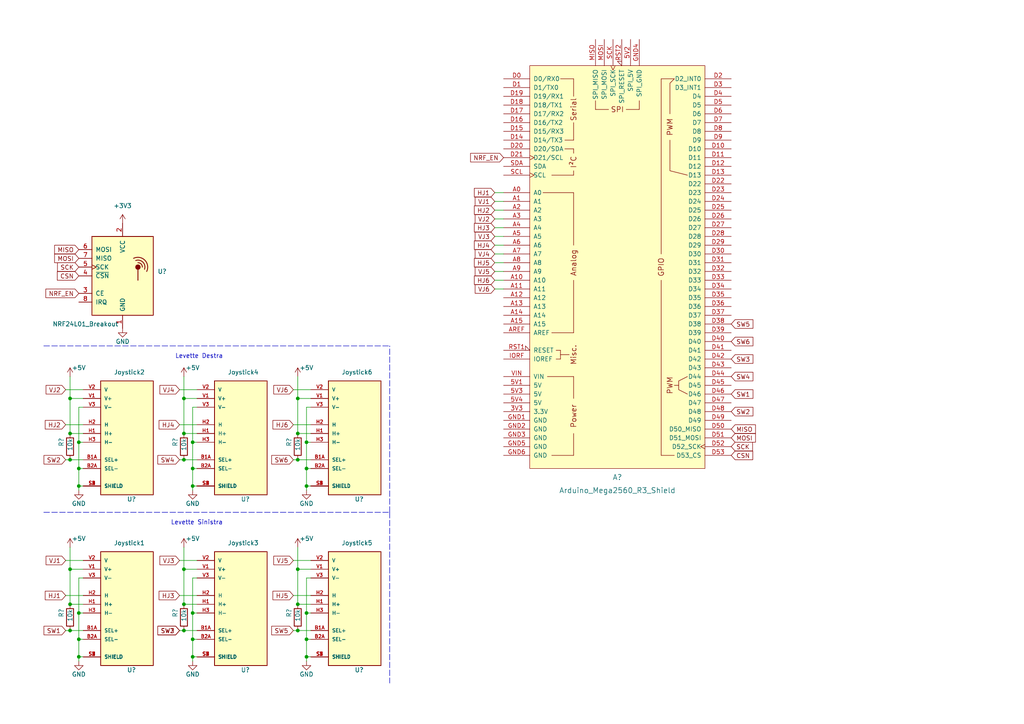
<source format=kicad_sch>
(kicad_sch (version 20211123) (generator eeschema)
  (paper "A4")
  (lib_symbols
    (symbol "COM-09032:COM-09032" (pin_names (offset 1.016))
      (property "Reference" "U" (at -7.62 16.002 0))
      (property "Value" "COM-09032" (at -7.62 -20.32 0))
      (symbol "COM-09032_0_0"
        (rectangle (start -7.62 -17.78) (end 7.62 15.24) (stroke (width 0.254)) (fill (type background)))
        (pin passive line (at -12.7 -7.62 0) (length 5.08) (name "SEL+") (number "B1A"))
        (pin passive line (at -12.7 -10.16 0) (length 5.08) (name "SEL-") (number "B2A"))
        (pin passive line (at -12.7 0 0) (length 5.08) (name "H+") (number "H1"))
        (pin passive line (at -12.7 2.54 0) (length 5.08) (name "H") (number "H2"))
        (pin passive line (at -12.7 -2.54 0) (length 5.08) (name "H-") (number "H3"))
        (pin passive line (at -12.7 -15.24 0) (length 5.08) (name "SHIELD") (number "S1"))
        (pin passive line (at -12.7 -15.24 0) (length 5.08) (name "SHIELD") (number "S2"))
        (pin passive line (at -12.7 -15.24 0) (length 5.08) (name "SHIELD") (number "S3"))
        (pin passive line (at -12.7 -15.24 0) (length 5.08) (name "SHIELD") (number "S4"))
        (pin passive line (at -12.7 10.16 0) (length 5.08) (name "V+") (number "V1"))
        (pin passive line (at -12.7 12.7 0) (length 5.08) (name "V") (number "V2"))
        (pin passive line (at -12.7 7.62 0) (length 5.08) (name "V-") (number "V3"))
      )
    )
    (symbol "Device:R" (pin_numbers hide) (pin_names (offset 0))
      (property "Reference" "R" (at 2.032 0 90))
      (property "Value" "R" (at 0 0 90))
      (symbol "R_0_1"
        (rectangle (start -1.016 -2.54) (end 1.016 2.54) (stroke (width 0.254)))
      )
      (symbol "R_1_1"
        (pin passive line (at 0 3.81 270) (length 1.27) (name "~") (number "1"))
        (pin passive line (at 0 -3.81 90) (length 1.27) (name "~") (number "2"))
      )
    )
    (symbol "RF:NRF24L01_Breakout" (pin_names (offset 1.016))
      (property "Reference" "U" (at -8.89 12.7 0))
      (property "Value" "NRF24L01_Breakout" (at 3.81 12.7 0))
      (symbol "NRF24L01_Breakout_0_1"
        (rectangle (start -8.89 11.43) (end 8.89 -11.43) (stroke (width 0.254)) (fill (type background)))
        (polyline (pts (xy 4.445 1.905) (xy 4.445 -1.27)) (stroke (width 0.254)))
        (circle (center 4.445 2.54) (radius 0.635) (stroke (width 0.254)) (fill (type outline)))
        (arc (start 5.715 2.54) (mid 5.3521 3.4546) (end 4.445 3.81) (stroke (width 0.254)))
        (arc (start 6.35 1.905) (mid 5.8763 3.9854) (end 3.81 4.445) (stroke (width 0.254)))
        (arc (start 6.985 1.27) (mid 6.453 4.548) (end 3.175 5.08) (stroke (width 0.254)))
      )
      (symbol "NRF24L01_Breakout_1_1"
        (pin power_in line (at 0 -15.24 90) (length 3.81) (name "GND") (number "1"))
        (pin power_in line (at 0 15.24 270) (length 3.81) (name "VCC") (number "2"))
        (pin input line (at -12.7 -5.08 0) (length 3.81) (name "CE") (number "3"))
        (pin input line (at -12.7 0 0) (length 3.81) (name "~{CSN}") (number "4"))
        (pin input clock (at -12.7 2.54 0) (length 3.81) (name "SCK") (number "5"))
        (pin input line (at -12.7 7.62 0) (length 3.81) (name "MOSI") (number "6"))
        (pin output line (at -12.7 5.08 0) (length 3.81) (name "MISO") (number "7"))
        (pin output line (at -12.7 -7.62 0) (length 3.81) (name "IRQ") (number "8"))
      )
    )
    (symbol "arduino-library:Arduino_Mega2560_R3_Shield" (pin_names (offset 1.016))
      (property "Reference" "A" (at 0 -62.23 0))
      (property "Value" "Arduino_Mega2560_R3_Shield" (at 0 -66.04 0))
      (symbol "Arduino_Mega2560_R3_Shield_0_0"
        (rectangle (start -25.4 -58.42) (end 25.4 58.42) (fill (type background)))
        (rectangle (start -20.32 -31.75) (end -12.7 -31.75))
        (rectangle (start -19.05 -54.61) (end -12.7 -54.61))
        (rectangle (start -19.05 -19.05) (end -12.7 -19.05))
        (rectangle (start -19.05 26.67) (end -12.7 26.67))
        (rectangle (start -17.78 -26.67) (end -16.51 -26.67))
        (rectangle (start -17.78 -24.13) (end -16.51 -24.13))
        (rectangle (start -16.51 -25.4) (end -13.97 -25.4))
        (rectangle (start -16.51 -24.13) (end -16.51 -26.67))
        (rectangle (start -16.51 54.61) (end -12.7 54.61))
        (rectangle (start -15.24 34.29) (end -12.7 34.29))
        (rectangle (start -15.24 36.83) (end -12.7 36.83))
        (rectangle (start -12.7 -54.61) (end -12.7 -48.26))
        (rectangle (start -12.7 -31.75) (end -12.7 -38.1))
        (rectangle (start -12.7 26.67) (end -12.7 27.94))
        (rectangle (start -12.7 34.29) (end -12.7 33.02))
        (rectangle (start -12.7 41.91) (end -12.7 36.83))
        (rectangle (start -12.7 49.53) (end -12.7 54.61))
        (rectangle (start -6.35 48.26) (end -6.35 45.72))
        (rectangle (start -2.54 45.72) (end -6.35 45.72))
        (polyline (pts (xy -21.59 21.59) (xy -12.7 21.59)))
        (polyline (pts (xy -12.7 -19.05) (xy -12.7 -3.81)))
        (polyline (pts (xy -12.7 6.35) (xy -12.7 21.59)))
        (polyline (pts (xy 12.7 -54.61) (xy 16.51 -54.61)))
        (polyline (pts (xy 12.7 54.61) (xy 16.51 54.61)))
        (polyline (pts (xy 17.78 -34.29) (xy 16.51 -34.29)))
        (polyline (pts (xy 15.24 36.83) (xy 15.24 27.94) (xy 20.32 26.67)))
        (polyline (pts (xy 15.24 44.45) (xy 15.24 53.34) (xy 16.51 54.61)))
        (polyline (pts (xy 20.32 -31.75) (xy 17.78 -33.02) (xy 17.78 -35.56) (xy 20.32 -36.83)))
        (rectangle (start 6.35 45.72) (end 2.54 45.72))
        (rectangle (start 6.35 48.26) (end 6.35 45.72))
        (text "Analog" (at -12.7 1.27 900) (effects (font (size 1.524 1.524))))
        (text "I²C" (at -12.7 30.48 900) (effects (font (size 1.524 1.524))))
        (text "Misc." (at -12.7 -25.4 900) (effects (font (size 1.524 1.524))))
        (text "Power" (at -12.7 -43.18 900) (effects (font (size 1.524 1.524))))
        (text "PWM" (at 15.24 -34.29 900) (effects (font (size 1.524 1.524))))
        (text "PWM" (at 15.24 40.64 900) (effects (font (size 1.524 1.524))))
        (text "Serial" (at -12.7 45.72 900) (effects (font (size 1.524 1.524))))
        (text "SPI" (at 0 45.72 0) (effects (font (size 1.524 1.524))))
      )
      (symbol "Arduino_Mega2560_R3_Shield_1_0"
        (rectangle (start 12.7 -54.61) (end 12.7 -3.81))
        (rectangle (start 12.7 54.61) (end 12.7 3.81))
        (text "GPIO" (at 12.7 0 900) (effects (font (size 1.524 1.524))))
      )
      (symbol "Arduino_Mega2560_R3_Shield_1_1"
        (pin power_out line (at -33.02 -41.91 0) (length 7.62) (name "3.3V") (number "3V3"))
        (pin power_in line (at -33.02 -34.29 0) (length 7.62) (name "5V") (number "5V1"))
        (pin power_in line (at 3.81 66.04 270) (length 7.62) (name "SPI_5V") (number "5V2"))
        (pin power_in line (at -33.02 -36.83 0) (length 7.62) (name "5V") (number "5V3"))
        (pin power_in line (at -33.02 -39.37 0) (length 7.62) (name "5V") (number "5V4"))
        (pin bidirectional line (at -33.02 21.59 0) (length 7.62) (name "A0") (number "A0"))
        (pin bidirectional line (at -33.02 19.05 0) (length 7.62) (name "A1") (number "A1"))
        (pin bidirectional line (at -33.02 -3.81 0) (length 7.62) (name "A10") (number "A10"))
        (pin bidirectional line (at -33.02 -6.35 0) (length 7.62) (name "A11") (number "A11"))
        (pin bidirectional line (at -33.02 -8.89 0) (length 7.62) (name "A12") (number "A12"))
        (pin bidirectional line (at -33.02 -11.43 0) (length 7.62) (name "A13") (number "A13"))
        (pin bidirectional line (at -33.02 -13.97 0) (length 7.62) (name "A14") (number "A14"))
        (pin bidirectional line (at -33.02 -16.51 0) (length 7.62) (name "A15") (number "A15"))
        (pin bidirectional line (at -33.02 16.51 0) (length 7.62) (name "A2") (number "A2"))
        (pin bidirectional line (at -33.02 13.97 0) (length 7.62) (name "A3") (number "A3"))
        (pin bidirectional line (at -33.02 11.43 0) (length 7.62) (name "A4") (number "A4"))
        (pin bidirectional line (at -33.02 8.89 0) (length 7.62) (name "A5") (number "A5"))
        (pin bidirectional line (at -33.02 6.35 0) (length 7.62) (name "A6") (number "A6"))
        (pin bidirectional line (at -33.02 3.81 0) (length 7.62) (name "A7") (number "A7"))
        (pin bidirectional line (at -33.02 1.27 0) (length 7.62) (name "A8") (number "A8"))
        (pin bidirectional line (at -33.02 -1.27 0) (length 7.62) (name "A9") (number "A9"))
        (pin input line (at -33.02 -19.05 0) (length 7.62) (name "AREF") (number "AREF"))
        (pin bidirectional line (at -33.02 54.61 0) (length 7.62) (name "D0/RX0") (number "D0"))
        (pin bidirectional line (at -33.02 52.07 0) (length 7.62) (name "D1/TX0") (number "D1"))
        (pin bidirectional line (at 33.02 34.29 180) (length 7.62) (name "D10") (number "D10"))
        (pin bidirectional line (at 33.02 31.75 180) (length 7.62) (name "D11") (number "D11"))
        (pin bidirectional line (at 33.02 29.21 180) (length 7.62) (name "D12") (number "D12"))
        (pin bidirectional line (at 33.02 26.67 180) (length 7.62) (name "D13") (number "D13"))
        (pin bidirectional line (at -33.02 36.83 0) (length 7.62) (name "D14/TX3") (number "D14"))
        (pin bidirectional line (at -33.02 39.37 0) (length 7.62) (name "D15/RX3") (number "D15"))
        (pin bidirectional line (at -33.02 41.91 0) (length 7.62) (name "D16/TX2") (number "D16"))
        (pin bidirectional line (at -33.02 44.45 0) (length 7.62) (name "D17/RX2") (number "D17"))
        (pin bidirectional line (at -33.02 46.99 0) (length 7.62) (name "D18/TX1") (number "D18"))
        (pin bidirectional line (at -33.02 49.53 0) (length 7.62) (name "D19/RX1") (number "D19"))
        (pin bidirectional line (at 33.02 54.61 180) (length 7.62) (name "D2_INT0") (number "D2"))
        (pin bidirectional line (at -33.02 34.29 0) (length 7.62) (name "D20/SDA") (number "D20"))
        (pin bidirectional clock (at -33.02 31.75 0) (length 7.62) (name "D21/SCL") (number "D21"))
        (pin bidirectional line (at 33.02 24.13 180) (length 7.62) (name "D22") (number "D22"))
        (pin bidirectional line (at 33.02 21.59 180) (length 7.62) (name "D23") (number "D23"))
        (pin bidirectional line (at 33.02 19.05 180) (length 7.62) (name "D24") (number "D24"))
        (pin bidirectional line (at 33.02 16.51 180) (length 7.62) (name "D25") (number "D25"))
        (pin bidirectional line (at 33.02 13.97 180) (length 7.62) (name "D26") (number "D26"))
        (pin bidirectional line (at 33.02 11.43 180) (length 7.62) (name "D27") (number "D27"))
        (pin bidirectional line (at 33.02 8.89 180) (length 7.62) (name "D28") (number "D28"))
        (pin bidirectional line (at 33.02 6.35 180) (length 7.62) (name "D29") (number "D29"))
        (pin bidirectional line (at 33.02 52.07 180) (length 7.62) (name "D3_INT1") (number "D3"))
        (pin bidirectional line (at 33.02 3.81 180) (length 7.62) (name "D30") (number "D30"))
        (pin bidirectional line (at 33.02 1.27 180) (length 7.62) (name "D31") (number "D31"))
        (pin bidirectional line (at 33.02 -1.27 180) (length 7.62) (name "D32") (number "D32"))
        (pin bidirectional line (at 33.02 -3.81 180) (length 7.62) (name "D33") (number "D33"))
        (pin bidirectional line (at 33.02 -6.35 180) (length 7.62) (name "D34") (number "D34"))
        (pin bidirectional line (at 33.02 -8.89 180) (length 7.62) (name "D35") (number "D35"))
        (pin bidirectional line (at 33.02 -11.43 180) (length 7.62) (name "D36") (number "D36"))
        (pin bidirectional line (at 33.02 -13.97 180) (length 7.62) (name "D37") (number "D37"))
        (pin bidirectional line (at 33.02 -16.51 180) (length 7.62) (name "D38") (number "D38"))
        (pin bidirectional line (at 33.02 -19.05 180) (length 7.62) (name "D39") (number "D39"))
        (pin bidirectional line (at 33.02 49.53 180) (length 7.62) (name "D4") (number "D4"))
        (pin bidirectional line (at 33.02 -21.59 180) (length 7.62) (name "D40") (number "D40"))
        (pin bidirectional line (at 33.02 -24.13 180) (length 7.62) (name "D41") (number "D41"))
        (pin bidirectional line (at 33.02 -26.67 180) (length 7.62) (name "D42") (number "D42"))
        (pin bidirectional line (at 33.02 -29.21 180) (length 7.62) (name "D43") (number "D43"))
        (pin bidirectional line (at 33.02 -31.75 180) (length 7.62) (name "D44") (number "D44"))
        (pin bidirectional line (at 33.02 -34.29 180) (length 7.62) (name "D45") (number "D45"))
        (pin bidirectional line (at 33.02 -36.83 180) (length 7.62) (name "D46") (number "D46"))
        (pin bidirectional line (at 33.02 -39.37 180) (length 7.62) (name "D47") (number "D47"))
        (pin bidirectional line (at 33.02 -41.91 180) (length 7.62) (name "D48") (number "D48"))
        (pin bidirectional line (at 33.02 -44.45 180) (length 7.62) (name "D49") (number "D49"))
        (pin bidirectional line (at 33.02 46.99 180) (length 7.62) (name "D5") (number "D5"))
        (pin bidirectional line (at 33.02 -46.99 180) (length 7.62) (name "D50_MISO") (number "D50"))
        (pin bidirectional line (at 33.02 -49.53 180) (length 7.62) (name "D51_MOSI") (number "D51"))
        (pin bidirectional clock (at 33.02 -52.07 180) (length 7.62) (name "D52_SCK") (number "D52"))
        (pin bidirectional line (at 33.02 -54.61 180) (length 7.62) (name "D53_CS") (number "D53"))
        (pin bidirectional line (at 33.02 44.45 180) (length 7.62) (name "D6") (number "D6"))
        (pin bidirectional line (at 33.02 41.91 180) (length 7.62) (name "D7") (number "D7"))
        (pin bidirectional line (at 33.02 39.37 180) (length 7.62) (name "D8") (number "D8"))
        (pin bidirectional line (at 33.02 36.83 180) (length 7.62) (name "D9") (number "D9"))
        (pin power_in line (at -33.02 -44.45 0) (length 7.62) (name "GND") (number "GND1"))
        (pin power_in line (at -33.02 -46.99 0) (length 7.62) (name "GND") (number "GND2"))
        (pin power_in line (at -33.02 -49.53 0) (length 7.62) (name "GND") (number "GND3"))
        (pin power_in line (at 6.35 66.04 270) (length 7.62) (name "SPI_GND") (number "GND4"))
        (pin power_in line (at -33.02 -52.07 0) (length 7.62) (name "GND") (number "GND5"))
        (pin power_in line (at -33.02 -54.61 0) (length 7.62) (name "GND") (number "GND6"))
        (pin output line (at -33.02 -26.67 0) (length 7.62) (name "IOREF") (number "IORF"))
        (pin input line (at -6.35 66.04 270) (length 7.62) (name "SPI_MISO") (number "MISO"))
        (pin output line (at -3.81 66.04 270) (length 7.62) (name "SPI_MOSI") (number "MOSI"))
        (pin open_collector input_low (at -33.02 -24.13 0) (length 7.62) (name "RESET") (number "RST1"))
        (pin open_collector input_low (at 1.27 66.04 270) (length 7.62) (name "SPI_RESET") (number "RST2"))
        (pin output clock (at -1.27 66.04 270) (length 7.62) (name "SPI_SCK") (number "SCK"))
        (pin bidirectional clock (at -33.02 26.67 0) (length 7.62) (name "SCL") (number "SCL"))
        (pin bidirectional line (at -33.02 29.21 0) (length 7.62) (name "SDA") (number "SDA"))
        (pin power_in line (at -33.02 -31.75 0) (length 7.62) (name "VIN") (number "VIN"))
      )
    )
    (symbol "power:+3.3V" (power) (pin_names (offset 0))
      (property "Value" "+3.3V" (at 0 3.556 0))
      (symbol "+3.3V_0_1"
        (polyline (pts (xy -0.762 1.27) (xy 0 2.54)))
        (polyline (pts (xy 0 0) (xy 0 2.54)))
        (polyline (pts (xy 0 2.54) (xy 0.762 1.27)))
      )
      (symbol "+3.3V_1_1"
        (pin power_in line (at 0 0 90) (length 0) hide (name "+3V3") (number "1"))
      )
    )
    (symbol "power:+5V" (power) (pin_names (offset 0))
      (property "Value" "+5V" (at 0 3.556 0))
      (symbol "+5V_0_1"
        (polyline (pts (xy -0.762 1.27) (xy 0 2.54)))
        (polyline (pts (xy 0 0) (xy 0 2.54)))
        (polyline (pts (xy 0 2.54) (xy 0.762 1.27)))
      )
      (symbol "+5V_1_1"
        (pin power_in line (at 0 0 90) (length 0) hide (name "+5V") (number "1"))
      )
    )
    (symbol "power:GND" (power) (pin_names (offset 0))
      (property "Value" "GND" (at 0 -3.81 0))
      (symbol "GND_0_1"
        (polyline (pts (xy 0 0) (xy 0 -1.27) (xy 1.27 -1.27) (xy 0 -2.54) (xy -1.27 -1.27) (xy 0 -1.27)))
      )
      (symbol "GND_1_1"
        (pin power_in line (at 0 0 270) (length 0) hide (name "GND") (number "1"))
      )
    )
  )
  (junction (at 88.9 177.8))
  (junction (at 22.86 185.42))
  (junction (at 88.9 140.97))
  (junction (at 86.36 133.35))
  (junction (at 88.9 185.42))
  (junction (at 53.34 165.1))
  (junction (at 22.86 128.27))
  (junction (at 86.36 175.26))
  (junction (at 86.36 115.57))
  (junction (at 55.88 140.97))
  (junction (at 88.9 135.89))
  (junction (at 88.9 190.5))
  (junction (at 86.36 165.1))
  (junction (at 55.88 185.42))
  (junction (at 55.88 128.27))
  (junction (at 53.34 182.88))
  (junction (at 53.34 125.73))
  (junction (at 20.32 165.1))
  (junction (at 20.32 115.57))
  (junction (at 20.32 175.26))
  (junction (at 53.34 115.57))
  (junction (at 22.86 140.97))
  (junction (at 55.88 190.5))
  (junction (at 20.32 125.73))
  (junction (at 53.34 175.26))
  (junction (at 88.9 128.27))
  (junction (at 55.88 135.89))
  (junction (at 53.34 133.35))
  (junction (at 22.86 177.8))
  (junction (at 20.32 133.35))
  (junction (at 55.88 177.8))
  (junction (at 22.86 190.5))
  (junction (at 20.32 182.88))
  (junction (at 22.86 135.89))
  (junction (at 86.36 182.88))
  (junction (at 86.36 125.73))
  (wire (pts (xy 53.34 182.88) (xy 57.15 182.88)))
  (wire (pts (xy 57.15 125.73) (xy 53.34 125.73)))
  (wire (pts (xy 55.88 185.42) (xy 57.15 185.42)))
  (wire (pts (xy 52.07 123.19) (xy 57.15 123.19)))
  (wire (pts (xy 55.88 128.27) (xy 55.88 135.89)))
  (wire (pts (xy 143.51 78.74) (xy 146.05 78.74)))
  (wire (pts (xy 22.86 135.89) (xy 24.13 135.89)))
  (wire (pts (xy 90.17 115.57) (xy 86.36 115.57)))
  (wire (pts (xy 88.9 118.11) (xy 88.9 128.27)))
  (wire (pts (xy 57.15 165.1) (xy 53.34 165.1)))
  (wire (pts (xy 57.15 167.64) (xy 55.88 167.64)))
  (wire (pts (xy 85.09 172.72) (xy 90.17 172.72)))
  (wire (pts (xy 88.9 167.64) (xy 88.9 177.8)))
  (wire (pts (xy 88.9 177.8) (xy 90.17 177.8)))
  (wire (pts (xy 19.05 182.88) (xy 20.32 182.88)))
  (polyline (pts (xy 12.7 148.59) (xy 113.03 148.59)))
  (wire (pts (xy 86.36 125.73) (xy 86.36 115.57)))
  (wire (pts (xy 22.86 167.64) (xy 22.86 177.8)))
  (wire (pts (xy 55.88 177.8) (xy 55.88 185.42)))
  (wire (pts (xy 20.32 182.88) (xy 24.13 182.88)))
  (wire (pts (xy 90.17 140.97) (xy 88.9 140.97)))
  (wire (pts (xy 55.88 190.5) (xy 55.88 191.77)))
  (wire (pts (xy 143.51 71.12) (xy 146.05 71.12)))
  (wire (pts (xy 19.05 133.35) (xy 20.32 133.35)))
  (wire (pts (xy 19.05 162.56) (xy 24.13 162.56)))
  (wire (pts (xy 19.05 123.19) (xy 24.13 123.19)))
  (wire (pts (xy 143.51 68.58) (xy 146.05 68.58)))
  (wire (pts (xy 90.17 125.73) (xy 86.36 125.73)))
  (wire (pts (xy 53.34 175.26) (xy 53.34 165.1)))
  (wire (pts (xy 53.34 115.57) (xy 53.34 109.22)))
  (wire (pts (xy 22.86 185.42) (xy 22.86 190.5)))
  (wire (pts (xy 24.13 165.1) (xy 20.32 165.1)))
  (wire (pts (xy 57.15 175.26) (xy 53.34 175.26)))
  (wire (pts (xy 143.51 81.28) (xy 146.05 81.28)))
  (wire (pts (xy 52.07 162.56) (xy 57.15 162.56)))
  (wire (pts (xy 90.17 190.5) (xy 88.9 190.5)))
  (wire (pts (xy 22.86 128.27) (xy 22.86 135.89)))
  (wire (pts (xy 22.86 140.97) (xy 22.86 142.24)))
  (wire (pts (xy 55.88 135.89) (xy 57.15 135.89)))
  (wire (pts (xy 143.51 60.96) (xy 146.05 60.96)))
  (wire (pts (xy 88.9 140.97) (xy 88.9 142.24)))
  (wire (pts (xy 85.09 123.19) (xy 90.17 123.19)))
  (wire (pts (xy 143.51 58.42) (xy 146.05 58.42)))
  (wire (pts (xy 53.34 165.1) (xy 53.34 158.75)))
  (wire (pts (xy 52.07 172.72) (xy 57.15 172.72)))
  (polyline (pts (xy 12.7 100.33) (xy 113.03 100.33)))
  (wire (pts (xy 143.51 63.5) (xy 146.05 63.5)))
  (wire (pts (xy 20.32 175.26) (xy 20.32 165.1)))
  (wire (pts (xy 88.9 128.27) (xy 90.17 128.27)))
  (wire (pts (xy 24.13 118.11) (xy 22.86 118.11)))
  (wire (pts (xy 85.09 113.03) (xy 90.17 113.03)))
  (wire (pts (xy 22.86 128.27) (xy 24.13 128.27)))
  (wire (pts (xy 24.13 190.5) (xy 22.86 190.5)))
  (wire (pts (xy 19.05 113.03) (xy 24.13 113.03)))
  (wire (pts (xy 24.13 167.64) (xy 22.86 167.64)))
  (wire (pts (xy 90.17 175.26) (xy 86.36 175.26)))
  (wire (pts (xy 22.86 185.42) (xy 24.13 185.42)))
  (wire (pts (xy 57.15 118.11) (xy 55.88 118.11)))
  (polyline (pts (xy 113.03 148.59) (xy 113.03 198.12)))
  (wire (pts (xy 24.13 115.57) (xy 20.32 115.57)))
  (wire (pts (xy 22.86 190.5) (xy 22.86 191.77)))
  (wire (pts (xy 88.9 135.89) (xy 88.9 140.97)))
  (wire (pts (xy 88.9 190.5) (xy 88.9 191.77)))
  (wire (pts (xy 143.51 73.66) (xy 146.05 73.66)))
  (wire (pts (xy 85.09 162.56) (xy 90.17 162.56)))
  (wire (pts (xy 85.09 133.35) (xy 86.36 133.35)))
  (wire (pts (xy 20.32 133.35) (xy 24.13 133.35)))
  (wire (pts (xy 20.32 125.73) (xy 20.32 115.57)))
  (wire (pts (xy 55.88 135.89) (xy 55.88 140.97)))
  (wire (pts (xy 24.13 125.73) (xy 20.32 125.73)))
  (wire (pts (xy 22.86 177.8) (xy 24.13 177.8)))
  (wire (pts (xy 20.32 115.57) (xy 20.32 109.22)))
  (wire (pts (xy 57.15 190.5) (xy 55.88 190.5)))
  (wire (pts (xy 143.51 66.04) (xy 146.05 66.04)))
  (wire (pts (xy 57.15 115.57) (xy 53.34 115.57)))
  (polyline (pts (xy 113.03 148.59) (xy 113.03 100.33)))
  (wire (pts (xy 52.07 133.35) (xy 53.34 133.35)))
  (wire (pts (xy 86.36 182.88) (xy 90.17 182.88)))
  (wire (pts (xy 86.36 165.1) (xy 86.36 158.75)))
  (wire (pts (xy 86.36 175.26) (xy 86.36 165.1)))
  (wire (pts (xy 52.07 113.03) (xy 57.15 113.03)))
  (wire (pts (xy 57.15 140.97) (xy 55.88 140.97)))
  (wire (pts (xy 88.9 128.27) (xy 88.9 135.89)))
  (wire (pts (xy 88.9 177.8) (xy 88.9 185.42)))
  (wire (pts (xy 88.9 135.89) (xy 90.17 135.89)))
  (wire (pts (xy 55.88 167.64) (xy 55.88 177.8)))
  (wire (pts (xy 90.17 118.11) (xy 88.9 118.11)))
  (wire (pts (xy 24.13 175.26) (xy 20.32 175.26)))
  (wire (pts (xy 19.05 172.72) (xy 24.13 172.72)))
  (wire (pts (xy 90.17 167.64) (xy 88.9 167.64)))
  (wire (pts (xy 85.09 182.88) (xy 86.36 182.88)))
  (wire (pts (xy 22.86 177.8) (xy 22.86 185.42)))
  (wire (pts (xy 22.86 135.89) (xy 22.86 140.97)))
  (wire (pts (xy 90.17 165.1) (xy 86.36 165.1)))
  (wire (pts (xy 22.86 118.11) (xy 22.86 128.27)))
  (wire (pts (xy 20.32 165.1) (xy 20.32 158.75)))
  (wire (pts (xy 143.51 76.2) (xy 146.05 76.2)))
  (wire (pts (xy 143.51 55.88) (xy 146.05 55.88)))
  (wire (pts (xy 88.9 185.42) (xy 88.9 190.5)))
  (wire (pts (xy 86.36 115.57) (xy 86.36 109.22)))
  (wire (pts (xy 55.88 140.97) (xy 55.88 142.24)))
  (wire (pts (xy 55.88 177.8) (xy 57.15 177.8)))
  (wire (pts (xy 53.34 133.35) (xy 57.15 133.35)))
  (wire (pts (xy 24.13 140.97) (xy 22.86 140.97)))
  (wire (pts (xy 86.36 133.35) (xy 90.17 133.35)))
  (wire (pts (xy 55.88 128.27) (xy 57.15 128.27)))
  (wire (pts (xy 143.51 83.82) (xy 146.05 83.82)))
  (wire (pts (xy 52.07 182.88) (xy 53.34 182.88)))
  (wire (pts (xy 55.88 185.42) (xy 55.88 190.5)))
  (wire (pts (xy 88.9 185.42) (xy 90.17 185.42)))
  (wire (pts (xy 53.34 125.73) (xy 53.34 115.57)))
  (wire (pts (xy 55.88 118.11) (xy 55.88 128.27)))
  (text "Levette Destra\n" (at 50.8 104.14 0) (effects (font (size 1.27 1.27)) (justify left bottom)))
  (text "Levette Sinistra" (at 49.53 152.4 0) (effects (font (size 1.27 1.27)) (justify left bottom)))
  (global_label "HJ5" (shape input) (at 143.51 76.2 180) (property "Intersheet References" "${INTERSHEET_REFS}" (effects hide)))
  (global_label "SW6" (shape input) (at 212.09 99.06 0) (property "Intersheet References" "${INTERSHEET_REFS}" (effects hide)))
  (global_label "VJ2" (shape input) (at 19.05 113.03 180) (property "Intersheet References" "${INTERSHEET_REFS}" (effects hide)))
  (global_label "VJ2" (shape input) (at 143.51 63.5 180) (property "Intersheet References" "${INTERSHEET_REFS}" (effects hide)))
  (global_label "VJ4" (shape input) (at 52.07 113.03 180) (property "Intersheet References" "${INTERSHEET_REFS}" (effects hide)))
  (global_label "VJ4" (shape input) (at 143.51 73.66 180) (property "Intersheet References" "${INTERSHEET_REFS}" (effects hide)))
  (global_label "CSN" (shape input) (at 22.86 80.01 180) (property "Intersheet References" "${INTERSHEET_REFS}" (effects hide)))
  (global_label "MISO" (shape input) (at 22.86 72.39 180) (property "Intersheet References" "${INTERSHEET_REFS}" (effects hide)))
  (global_label "VJ1" (shape input) (at 143.51 58.42 180) (property "Intersheet References" "${INTERSHEET_REFS}" (effects hide)))
  (global_label "HJ2" (shape input) (at 19.05 123.19 180) (property "Intersheet References" "${INTERSHEET_REFS}" (effects hide)))
  (global_label "SW4" (shape input) (at 52.07 133.35 180) (property "Intersheet References" "${INTERSHEET_REFS}" (effects hide)))
  (global_label "SW3" (shape input) (at 52.07 182.88 180) (property "Intersheet References" "${INTERSHEET_REFS}" (effects hide)))
  (global_label "HJ6" (shape input) (at 143.51 81.28 180) (property "Intersheet References" "${INTERSHEET_REFS}" (effects hide)))
  (global_label "SW5" (shape input) (at 212.09 93.98 0) (property "Intersheet References" "${INTERSHEET_REFS}" (effects hide)))
  (global_label "VJ6" (shape input) (at 85.09 113.03 180) (property "Intersheet References" "${INTERSHEET_REFS}" (effects hide)))
  (global_label "VJ1" (shape input) (at 19.05 162.56 180) (property "Intersheet References" "${INTERSHEET_REFS}" (effects hide)))
  (global_label "SW6" (shape input) (at 85.09 133.35 180) (property "Intersheet References" "${INTERSHEET_REFS}" (effects hide)))
  (global_label "VJ5" (shape input) (at 143.51 78.74 180) (property "Intersheet References" "${INTERSHEET_REFS}" (effects hide)))
  (global_label "MOSI" (shape input) (at 212.09 127 0) (property "Intersheet References" "${INTERSHEET_REFS}" (effects hide)))
  (global_label "SW4" (shape input) (at 212.09 109.22 0) (property "Intersheet References" "${INTERSHEET_REFS}" (effects hide)))
  (global_label "HJ4" (shape input) (at 143.51 71.12 180) (property "Intersheet References" "${INTERSHEET_REFS}" (effects hide)))
  (global_label "HJ5" (shape input) (at 85.09 172.72 180) (property "Intersheet References" "${INTERSHEET_REFS}" (effects hide)))
  (global_label "SW1" (shape input) (at 212.09 114.3 0) (property "Intersheet References" "${INTERSHEET_REFS}" (effects hide)))
  (global_label "VJ6" (shape input) (at 143.51 83.82 180) (property "Intersheet References" "${INTERSHEET_REFS}" (effects hide)))
  (global_label "HJ1" (shape input) (at 143.51 55.88 180) (property "Intersheet References" "${INTERSHEET_REFS}" (effects hide)))
  (global_label "VJ5" (shape input) (at 85.09 162.56 180) (property "Intersheet References" "${INTERSHEET_REFS}" (effects hide)))
  (global_label "SW1" (shape input) (at 19.05 182.88 180) (property "Intersheet References" "${INTERSHEET_REFS}" (effects hide)))
  (global_label "SW5" (shape input) (at 85.09 182.88 180) (property "Intersheet References" "${INTERSHEET_REFS}" (effects hide)))
  (global_label "HJ2" (shape input) (at 143.51 60.96 180) (property "Intersheet References" "${INTERSHEET_REFS}" (effects hide)))
  (global_label "HJ4" (shape input) (at 52.07 123.19 180) (property "Intersheet References" "${INTERSHEET_REFS}" (effects hide)))
  (global_label "SW2" (shape input) (at 52.07 182.88 180) (property "Intersheet References" "${INTERSHEET_REFS}" (effects hide)))
  (global_label "VJ3" (shape input) (at 143.51 68.58 180) (property "Intersheet References" "${INTERSHEET_REFS}" (effects hide)))
  (global_label "SCK" (shape input) (at 212.09 129.54 0) (property "Intersheet References" "${INTERSHEET_REFS}" (effects hide)))
  (global_label "HJ3" (shape input) (at 52.07 172.72 180) (property "Intersheet References" "${INTERSHEET_REFS}" (effects hide)))
  (global_label "MISO" (shape input) (at 212.09 124.46 0) (property "Intersheet References" "${INTERSHEET_REFS}" (effects hide)))
  (global_label "SCK" (shape input) (at 22.86 77.47 180) (property "Intersheet References" "${INTERSHEET_REFS}" (effects hide)))
  (global_label "HJ1" (shape input) (at 19.05 172.72 180) (property "Intersheet References" "${INTERSHEET_REFS}" (effects hide)))
  (global_label "SW2" (shape input) (at 212.09 119.38 0) (property "Intersheet References" "${INTERSHEET_REFS}" (effects hide)))
  (global_label "NRF_EN" (shape input) (at 146.05 45.72 180) (property "Intersheet References" "${INTERSHEET_REFS}" (effects hide)))
  (global_label "SW3" (shape input) (at 212.09 104.14 0) (property "Intersheet References" "${INTERSHEET_REFS}" (effects hide)))
  (global_label "VJ3" (shape input) (at 52.07 162.56 180) (property "Intersheet References" "${INTERSHEET_REFS}" (effects hide)))
  (global_label "NRF_EN" (shape input) (at 22.86 85.09 180) (property "Intersheet References" "${INTERSHEET_REFS}" (effects hide)))
  (global_label "MOSI" (shape input) (at 22.86 74.93 180) (property "Intersheet References" "${INTERSHEET_REFS}" (effects hide)))
  (global_label "CSN" (shape input) (at 212.09 132.08 0) (property "Intersheet References" "${INTERSHEET_REFS}" (effects hide)))
  (global_label "HJ6" (shape input) (at 85.09 123.19 180) (property "Intersheet References" "${INTERSHEET_REFS}" (effects hide)))
  (global_label "HJ3" (shape input) (at 143.51 66.04 180) (property "Intersheet References" "${INTERSHEET_REFS}" (effects hide)))
  (global_label "SW2" (shape input) (at 19.05 133.35 180) (property "Intersheet References" "${INTERSHEET_REFS}" (effects hide)))
  (symbol (lib_id "power:+5V") (at 53.34 158.75 0) (unit 1)
    (property "Reference" "#PWR?" (effects hide))
    (property "Value" "+5V" (at 55.88 156.21 0))
  )
  (symbol (lib_id "Device:R") (at 20.32 179.07 0) (unit 1)
    (property "Reference" "R?" (at 17.78 179.07 90) (effects (justify left)))
    (property "Value" "10k" (at 20.32 180.34 90) (effects (justify left)))
  )
  (symbol (lib_id "COM-09032:COM-09032") (at 102.87 175.26 0) (unit 1)
    (property "Reference" "U?" (at 102.87 194.31 0) (effects (justify left)))
    (property "Value" "Joystick5" (at 99.06 157.48 0) (effects (justify left)))
    (property "Footprint" "XDCR_COM-09032" (effects hide))
    (property "MF" "SparkFun Electronics" (effects hide))
    (property "MAXIMUM_PACKAGE_HEIGHT" "30.1mm" (effects hide))
    (property "Package" "Package" (effects hide))
    (property "Price" "None" (effects hide))
    (property "Check_prices" "https://www.snapeda.com/parts/COM-09032/SparkFun+Electronics/view-part/?ref=eda" (effects hide))
    (property "STANDARD" "Manufacturer Recommendations" (effects hide))
    (property "PARTREV" "N/A" (effects hide))
    (property "SnapEDA_Link" "https://www.snapeda.com/parts/COM-09032/SparkFun+Electronics/view-part/?ref=snap" (effects hide))
    (property "MP" "COM-09032" (effects hide))
    (property "Purchase-URL" "https://www.snapeda.com/api/url_track_click_mouser/?unipart_id=888157&manufacturer=SparkFun Electronics&part_name=COM-09032&search_term=None" (effects hide))
    (property "Description" "\\nJoystick, 2 - Axis Analog (Resistive) Output\\n" (effects hide))
    (property "Availability" "In Stock" (effects hide))
    (property "MANUFACTURER" "SparkFun Electronics" (effects hide))
  )
  (symbol (lib_id "Device:R") (at 53.34 129.54 0) (unit 1)
    (property "Reference" "R?" (at 50.8 129.54 90) (effects (justify left)))
    (property "Value" "10k" (at 53.34 130.81 90) (effects (justify left)))
  )
  (symbol (lib_id "COM-09032:COM-09032") (at 69.85 125.73 0) (unit 1)
    (property "Reference" "U?" (at 69.85 144.78 0) (effects (justify left)))
    (property "Value" "Joystick4" (at 66.04 107.95 0) (effects (justify left)))
    (property "Footprint" "XDCR_COM-09032" (effects hide))
    (property "MF" "SparkFun Electronics" (effects hide))
    (property "MAXIMUM_PACKAGE_HEIGHT" "30.1mm" (effects hide))
    (property "Package" "Package" (effects hide))
    (property "Price" "None" (effects hide))
    (property "Check_prices" "https://www.snapeda.com/parts/COM-09032/SparkFun+Electronics/view-part/?ref=eda" (effects hide))
    (property "STANDARD" "Manufacturer Recommendations" (effects hide))
    (property "PARTREV" "N/A" (effects hide))
    (property "SnapEDA_Link" "https://www.snapeda.com/parts/COM-09032/SparkFun+Electronics/view-part/?ref=snap" (effects hide))
    (property "MP" "COM-09032" (effects hide))
    (property "Purchase-URL" "https://www.snapeda.com/api/url_track_click_mouser/?unipart_id=888157&manufacturer=SparkFun Electronics&part_name=COM-09032&search_term=None" (effects hide))
    (property "Description" "\\nJoystick, 2 - Axis Analog (Resistive) Output\\n" (effects hide))
    (property "Availability" "In Stock" (effects hide))
    (property "MANUFACTURER" "SparkFun Electronics" (effects hide))
  )
  (symbol (lib_id "power:+5V") (at 53.34 109.22 0) (unit 1)
    (property "Reference" "#PWR?" (effects hide))
    (property "Value" "+5V" (at 55.88 106.68 0))
  )
  (symbol (lib_id "power:GND") (at 22.86 191.77 0) (unit 1)
    (property "Reference" "#PWR?" (effects hide))
    (property "Value" "GND" (at 22.86 195.58 0))
  )
  (symbol (lib_id "power:GND") (at 55.88 142.24 0) (unit 1)
    (property "Reference" "#PWR?" (effects hide))
    (property "Value" "GND" (at 55.88 146.05 0))
  )
  (symbol (lib_id "COM-09032:COM-09032") (at 102.87 125.73 0) (unit 1)
    (property "Reference" "U?" (at 102.87 144.78 0) (effects (justify left)))
    (property "Value" "Joystick6" (at 99.06 107.95 0) (effects (justify left)))
    (property "Footprint" "XDCR_COM-09032" (effects hide))
    (property "MF" "SparkFun Electronics" (effects hide))
    (property "MAXIMUM_PACKAGE_HEIGHT" "30.1mm" (effects hide))
    (property "Package" "Package" (effects hide))
    (property "Price" "None" (effects hide))
    (property "Check_prices" "https://www.snapeda.com/parts/COM-09032/SparkFun+Electronics/view-part/?ref=eda" (effects hide))
    (property "STANDARD" "Manufacturer Recommendations" (effects hide))
    (property "PARTREV" "N/A" (effects hide))
    (property "SnapEDA_Link" "https://www.snapeda.com/parts/COM-09032/SparkFun+Electronics/view-part/?ref=snap" (effects hide))
    (property "MP" "COM-09032" (effects hide))
    (property "Purchase-URL" "https://www.snapeda.com/api/url_track_click_mouser/?unipart_id=888157&manufacturer=SparkFun Electronics&part_name=COM-09032&search_term=None" (effects hide))
    (property "Description" "\\nJoystick, 2 - Axis Analog (Resistive) Output\\n" (effects hide))
    (property "Availability" "In Stock" (effects hide))
    (property "MANUFACTURER" "SparkFun Electronics" (effects hide))
  )
  (symbol (lib_id "Device:R") (at 86.36 179.07 0) (unit 1)
    (property "Reference" "R?" (at 83.82 179.07 90) (effects (justify left)))
    (property "Value" "10k" (at 86.36 180.34 90) (effects (justify left)))
  )
  (symbol (lib_id "power:+3.3V") (at 35.56 64.77 0) (unit 1)
    (property "Reference" "#PWR?" (effects hide))
    (property "Value" "+3.3V" (at 35.56 59.69 0))
  )
  (symbol (lib_id "power:GND") (at 88.9 191.77 0) (unit 1)
    (property "Reference" "#PWR?" (effects hide))
    (property "Value" "GND" (at 88.9 195.58 0))
  )
  (symbol (lib_id "Device:R") (at 86.36 129.54 0) (unit 1)
    (property "Reference" "R?" (at 83.82 129.54 90) (effects (justify left)))
    (property "Value" "10k" (at 86.36 130.81 90) (effects (justify left)))
  )
  (symbol (lib_id "power:GND") (at 22.86 142.24 0) (unit 1)
    (property "Reference" "#PWR?" (effects hide))
    (property "Value" "GND" (at 22.86 146.05 0))
  )
  (symbol (lib_id "power:GND") (at 35.56 95.25 0) (unit 1)
    (property "Reference" "#PWR?" (effects hide))
    (property "Value" "GND" (at 35.56 99.06 0))
  )
  (symbol (lib_id "power:GND") (at 88.9 142.24 0) (unit 1)
    (property "Reference" "#PWR?" (effects hide))
    (property "Value" "GND" (at 88.9 146.05 0))
  )
  (symbol (lib_id "power:GND") (at 55.88 191.77 0) (unit 1)
    (property "Reference" "#PWR?" (effects hide))
    (property "Value" "GND" (at 55.88 195.58 0))
  )
  (symbol (lib_id "power:+5V") (at 20.32 109.22 0) (unit 1)
    (property "Reference" "#PWR?" (effects hide))
    (property "Value" "+5V" (at 22.86 106.68 0))
  )
  (symbol (lib_id "Device:R") (at 53.34 179.07 0) (unit 1)
    (property "Reference" "R?" (at 50.8 179.07 90) (effects (justify left)))
    (property "Value" "10k" (at 53.34 180.34 90) (effects (justify left)))
  )
  (symbol (lib_id "Device:R") (at 20.32 129.54 0) (unit 1)
    (property "Reference" "R?" (at 17.78 129.54 90) (effects (justify left)))
    (property "Value" "10k" (at 20.32 130.81 90) (effects (justify left)))
  )
  (symbol (lib_id "COM-09032:COM-09032") (at 36.83 125.73 0) (unit 1)
    (property "Reference" "U?" (at 36.83 144.78 0) (effects (justify left)))
    (property "Value" "Joystick2" (at 33.02 107.95 0) (effects (justify left)))
    (property "Footprint" "XDCR_COM-09032" (effects hide))
    (property "MF" "SparkFun Electronics" (effects hide))
    (property "MAXIMUM_PACKAGE_HEIGHT" "30.1mm" (effects hide))
    (property "Package" "Package" (effects hide))
    (property "Price" "None" (effects hide))
    (property "Check_prices" "https://www.snapeda.com/parts/COM-09032/SparkFun+Electronics/view-part/?ref=eda" (effects hide))
    (property "STANDARD" "Manufacturer Recommendations" (effects hide))
    (property "PARTREV" "N/A" (effects hide))
    (property "SnapEDA_Link" "https://www.snapeda.com/parts/COM-09032/SparkFun+Electronics/view-part/?ref=snap" (effects hide))
    (property "MP" "COM-09032" (effects hide))
    (property "Purchase-URL" "https://www.snapeda.com/api/url_track_click_mouser/?unipart_id=888157&manufacturer=SparkFun Electronics&part_name=COM-09032&search_term=None" (effects hide))
    (property "Description" "\\nJoystick, 2 - Axis Analog (Resistive) Output\\n" (effects hide))
    (property "Availability" "In Stock" (effects hide))
    (property "MANUFACTURER" "SparkFun Electronics" (effects hide))
  )
  (symbol (lib_id "power:+5V") (at 20.32 158.75 0) (unit 1)
    (property "Reference" "#PWR?" (effects hide))
    (property "Value" "+5V" (at 22.86 156.21 0))
  )
  (symbol (lib_id "power:+5V") (at 86.36 158.75 0) (unit 1)
    (property "Reference" "#PWR?" (effects hide))
    (property "Value" "+5V" (at 88.9 156.21 0))
  )
  (symbol (lib_id "RF:NRF24L01_Breakout") (at 35.56 80.01 0) (unit 1)
    (property "Reference" "U?" (at 45.72 78.7399 0) (effects (justify left)))
    (property "Value" "NRF24L01_Breakout" (at 15.24 93.98 0) (effects (justify left)))
    (property "Footprint" "RF_Module:nRF24L01_Breakout" (effects hide))
    (property "Datasheet" "http://www.nordicsemi.com/eng/content/download/2730/34105/file/nRF24L01_Product_Specification_v2_0.pdf" (effects hide))
  )
  (symbol (lib_id "COM-09032:COM-09032") (at 36.83 175.26 0) (unit 1)
    (property "Reference" "U?" (at 36.83 194.31 0) (effects (justify left)))
    (property "Value" "Joystick1" (at 33.02 157.48 0) (effects (justify left)))
    (property "Footprint" "XDCR_COM-09032" (effects hide))
    (property "MF" "SparkFun Electronics" (effects hide))
    (property "MAXIMUM_PACKAGE_HEIGHT" "30.1mm" (effects hide))
    (property "Package" "Package" (effects hide))
    (property "Price" "None" (effects hide))
    (property "Check_prices" "https://www.snapeda.com/parts/COM-09032/SparkFun+Electronics/view-part/?ref=eda" (effects hide))
    (property "STANDARD" "Manufacturer Recommendations" (effects hide))
    (property "PARTREV" "N/A" (effects hide))
    (property "SnapEDA_Link" "https://www.snapeda.com/parts/COM-09032/SparkFun+Electronics/view-part/?ref=snap" (effects hide))
    (property "MP" "COM-09032" (effects hide))
    (property "Purchase-URL" "https://www.snapeda.com/api/url_track_click_mouser/?unipart_id=888157&manufacturer=SparkFun Electronics&part_name=COM-09032&search_term=None" (effects hide))
    (property "Description" "\\nJoystick, 2 - Axis Analog (Resistive) Output\\n" (effects hide))
    (property "Availability" "In Stock" (effects hide))
    (property "MANUFACTURER" "SparkFun Electronics" (effects hide))
  )
  (symbol (lib_id "power:+5V") (at 86.36 109.22 0) (unit 1)
    (property "Reference" "#PWR?" (effects hide))
    (property "Value" "+5V" (at 88.9 106.68 0))
  )
  (symbol (lib_id "arduino-library:Arduino_Mega2560_R3_Shield") (at 179.07 77.47 0) (unit 1)
    (property "Reference" "A?" (at 179.07 138.43 0) (effects (font (size 1.524 1.524))))
    (property "Value" "Arduino_Mega2560_R3_Shield" (at 179.07 142.24 0) (effects (font (size 1.524 1.524))))
    (property "Footprint" "PCM_arduino-library:Arduino_Mega2560_R3_Shield" (effects hide))
    (property "Datasheet" "https://docs.arduino.cc/hardware/mega-2560" (effects hide))
  )
  (symbol (lib_id "COM-09032:COM-09032") (at 69.85 175.26 0) (unit 1)
    (property "Reference" "U?" (at 69.85 194.31 0) (effects (justify left)))
    (property "Value" "Joystick3" (at 66.04 157.48 0) (effects (justify left)))
    (property "Footprint" "XDCR_COM-09032" (effects hide))
    (property "MF" "SparkFun Electronics" (effects hide))
    (property "MAXIMUM_PACKAGE_HEIGHT" "30.1mm" (effects hide))
    (property "Package" "Package" (effects hide))
    (property "Price" "None" (effects hide))
    (property "Check_prices" "https://www.snapeda.com/parts/COM-09032/SparkFun+Electronics/view-part/?ref=eda" (effects hide))
    (property "STANDARD" "Manufacturer Recommendations" (effects hide))
    (property "PARTREV" "N/A" (effects hide))
    (property "SnapEDA_Link" "https://www.snapeda.com/parts/COM-09032/SparkFun+Electronics/view-part/?ref=snap" (effects hide))
    (property "MP" "COM-09032" (effects hide))
    (property "Purchase-URL" "https://www.snapeda.com/api/url_track_click_mouser/?unipart_id=888157&manufacturer=SparkFun Electronics&part_name=COM-09032&search_term=None" (effects hide))
    (property "Description" "\\nJoystick, 2 - Axis Analog (Resistive) Output\\n" (effects hide))
    (property "Availability" "In Stock" (effects hide))
    (property "MANUFACTURER" "SparkFun Electronics" (effects hide))
  )
)
</source>
